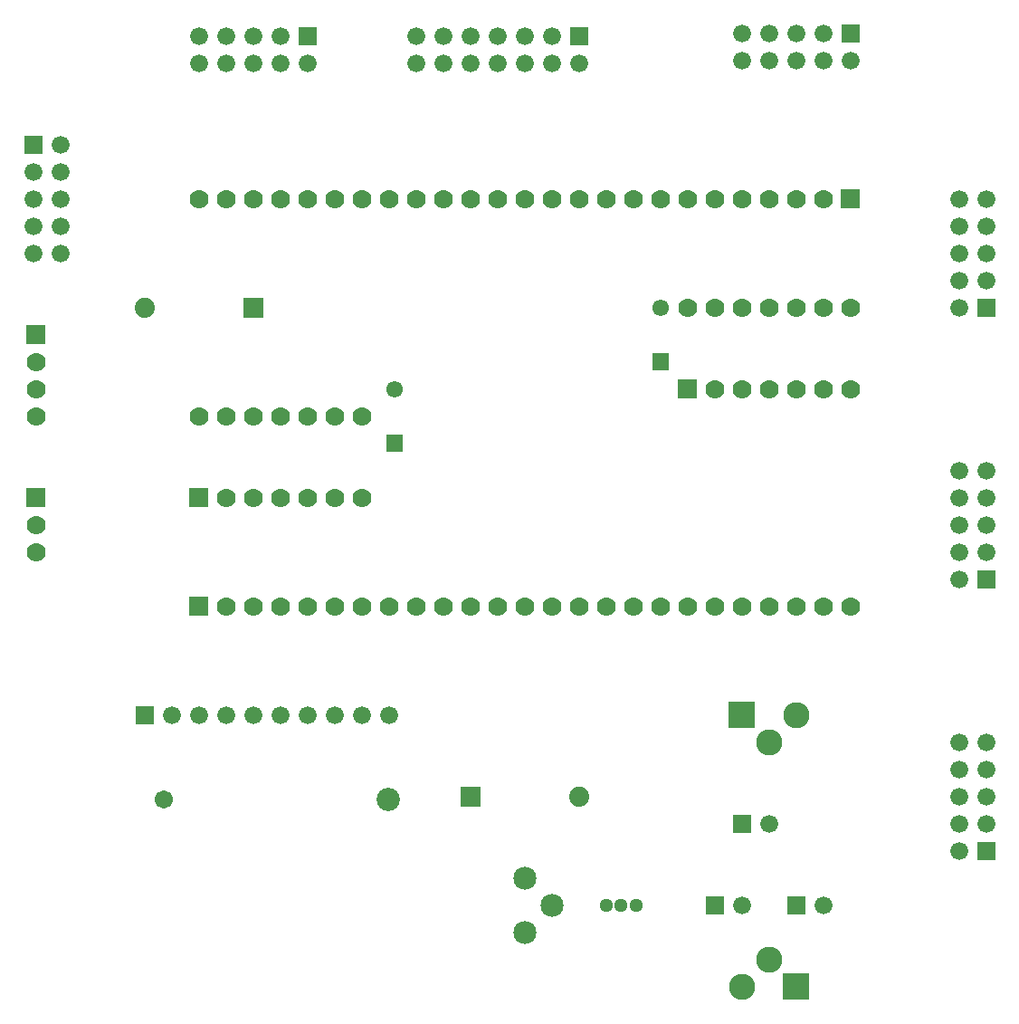
<source format=gbr>
G04 start of page 7 for group -4062 idx -4062 *
G04 Title: (unknown), soldermask *
G04 Creator: pcb 20110918 *
G04 CreationDate: Wed 26 Feb 2014 00:51:11 GMT UTC *
G04 For: ksarkies *
G04 Format: Gerber/RS-274X *
G04 PCB-Dimensions: 390000 390000 *
G04 PCB-Coordinate-Origin: lower left *
%MOIN*%
%FSLAX25Y25*%
%LNBOTTOMMASK*%
%ADD96C,0.0610*%
%ADD95C,0.0675*%
%ADD94C,0.0850*%
%ADD93C,0.0855*%
%ADD92C,0.0740*%
%ADD91C,0.0510*%
%ADD90C,0.0700*%
%ADD89C,0.0960*%
%ADD88C,0.0001*%
%ADD87C,0.0660*%
G54D87*X310000Y361000D03*
X300000Y371000D03*
Y361000D03*
X290000D03*
X280000D03*
X290000Y371000D03*
X280000D03*
G54D88*G36*
X266700Y53300D02*Y46700D01*
X273300D01*
Y53300D01*
X266700D01*
G37*
G54D87*X280000Y50000D03*
G54D88*G36*
X295200Y24800D02*Y15200D01*
X304800D01*
Y24800D01*
X295200D01*
G37*
G54D89*X290000Y30000D03*
X280000Y20000D03*
G54D88*G36*
X275200Y124800D02*Y115200D01*
X284800D01*
Y124800D01*
X275200D01*
G37*
G54D90*X260000Y160000D03*
X270000D03*
X280000D03*
X290000D03*
G54D89*Y110000D03*
X300000Y120000D03*
G54D90*Y160000D03*
X310000D03*
X320000D03*
X300000Y240000D03*
Y270000D03*
G54D88*G36*
X296700Y53300D02*Y46700D01*
X303300D01*
Y53300D01*
X296700D01*
G37*
G54D87*X310000Y50000D03*
G54D88*G36*
X276700Y83300D02*Y76700D01*
X283300D01*
Y83300D01*
X276700D01*
G37*
G54D87*X290000Y80000D03*
X370000Y110000D03*
G54D88*G36*
X366700Y173300D02*Y166700D01*
X373300D01*
Y173300D01*
X366700D01*
G37*
G54D87*X370000Y180000D03*
Y190000D03*
Y200000D03*
Y210000D03*
X360000Y170000D03*
Y180000D03*
Y190000D03*
Y200000D03*
Y210000D03*
G54D88*G36*
X366700Y273300D02*Y266700D01*
X373300D01*
Y273300D01*
X366700D01*
G37*
G54D87*X360000Y270000D03*
Y280000D03*
Y290000D03*
Y300000D03*
Y310000D03*
X370000Y280000D03*
Y290000D03*
Y300000D03*
Y310000D03*
G54D88*G36*
X366700Y73300D02*Y66700D01*
X373300D01*
Y73300D01*
X366700D01*
G37*
G54D87*X360000Y70000D03*
X370000Y80000D03*
X360000D03*
X370000Y90000D03*
X360000D03*
X370000Y100000D03*
X360000D03*
Y110000D03*
G54D91*X230000Y50000D03*
G54D92*X220000Y90000D03*
G54D91*X235500Y50000D03*
X241000D03*
G54D88*G36*
X176300Y93700D02*Y86300D01*
X183700D01*
Y93700D01*
X176300D01*
G37*
G54D93*X149842Y88977D03*
G54D94*X200000Y60000D03*
X210000Y50000D03*
X200000Y40000D03*
G54D90*X20000Y180000D03*
G54D88*G36*
X16500Y263500D02*Y256500D01*
X23500D01*
Y263500D01*
X16500D01*
G37*
G54D90*X20000Y250000D03*
Y240000D03*
Y230000D03*
G54D88*G36*
X16500Y203500D02*Y196500D01*
X23500D01*
Y203500D01*
X16500D01*
G37*
G54D90*X20000Y190000D03*
G54D88*G36*
X15700Y333300D02*Y326700D01*
X22300D01*
Y333300D01*
X15700D01*
G37*
G54D87*X29000Y330000D03*
Y320000D03*
Y310000D03*
Y300000D03*
Y290000D03*
X19000Y320000D03*
Y310000D03*
Y300000D03*
Y290000D03*
G54D88*G36*
X56700Y123300D02*Y116700D01*
X63300D01*
Y123300D01*
X56700D01*
G37*
G54D87*X70000Y120000D03*
X80000D03*
X90000D03*
X100000D03*
X110000D03*
G54D88*G36*
X76500Y163500D02*Y156500D01*
X83500D01*
Y163500D01*
X76500D01*
G37*
G54D90*X90000Y160000D03*
X100000D03*
G54D95*X67165Y88977D03*
G54D87*X120000Y120000D03*
X130000D03*
X140000D03*
X150000D03*
G54D90*X110000Y160000D03*
X120000D03*
X130000D03*
G54D88*G36*
X96300Y273700D02*Y266300D01*
X103700D01*
Y273700D01*
X96300D01*
G37*
G54D92*X60000Y270000D03*
G54D88*G36*
X76500Y203500D02*Y196500D01*
X83500D01*
Y203500D01*
X76500D01*
G37*
G54D90*X90000Y200000D03*
X100000D03*
X110000D03*
X120000D03*
X130000D03*
Y230000D03*
X120000D03*
X110000D03*
X100000D03*
X90000D03*
X80000D03*
X130000Y310000D03*
X120000D03*
X110000D03*
X100000D03*
X90000D03*
X80000D03*
G54D88*G36*
X116700Y373300D02*Y366700D01*
X123300D01*
Y373300D01*
X116700D01*
G37*
G54D87*X120000Y360000D03*
X110000Y370000D03*
Y360000D03*
X100000Y370000D03*
Y360000D03*
X90000Y370000D03*
Y360000D03*
X80000D03*
Y370000D03*
G54D90*X140000Y160000D03*
X150000D03*
X160000D03*
X170000D03*
X180000D03*
X190000D03*
X200000D03*
X210000D03*
X220000D03*
X230000D03*
X240000D03*
X250000D03*
X140000Y200000D03*
Y230000D03*
G54D88*G36*
X148950Y223050D02*Y216950D01*
X155050D01*
Y223050D01*
X148950D01*
G37*
G54D96*X152000Y240000D03*
G54D88*G36*
X246950Y253050D02*Y246950D01*
X253050D01*
Y253050D01*
X246950D01*
G37*
G54D96*X250000Y270000D03*
G54D88*G36*
X316500Y313500D02*Y306500D01*
X323500D01*
Y313500D01*
X316500D01*
G37*
G54D90*X310000Y310000D03*
X300000D03*
X250000D03*
X240000D03*
X230000D03*
X220000D03*
X210000D03*
X200000D03*
X190000D03*
X180000D03*
X170000D03*
X160000D03*
X150000D03*
X140000D03*
G54D88*G36*
X216700Y373300D02*Y366700D01*
X223300D01*
Y373300D01*
X216700D01*
G37*
G54D87*X220000Y360000D03*
X210000Y370000D03*
Y360000D03*
X200000Y370000D03*
Y360000D03*
X190000Y370000D03*
X180000D03*
X170000D03*
X160000D03*
X190000Y360000D03*
X180000D03*
X170000D03*
X160000D03*
G54D90*X290000Y310000D03*
X280000D03*
X270000D03*
X260000D03*
G54D88*G36*
X256500Y243500D02*Y236500D01*
X263500D01*
Y243500D01*
X256500D01*
G37*
G54D90*X270000Y240000D03*
X280000D03*
X290000D03*
Y270000D03*
X280000D03*
X270000D03*
X260000D03*
X310000Y240000D03*
X320000D03*
Y270000D03*
X310000D03*
G54D88*G36*
X316700Y374300D02*Y367700D01*
X323300D01*
Y374300D01*
X316700D01*
G37*
G54D87*X320000Y361000D03*
X310000Y371000D03*
M02*

</source>
